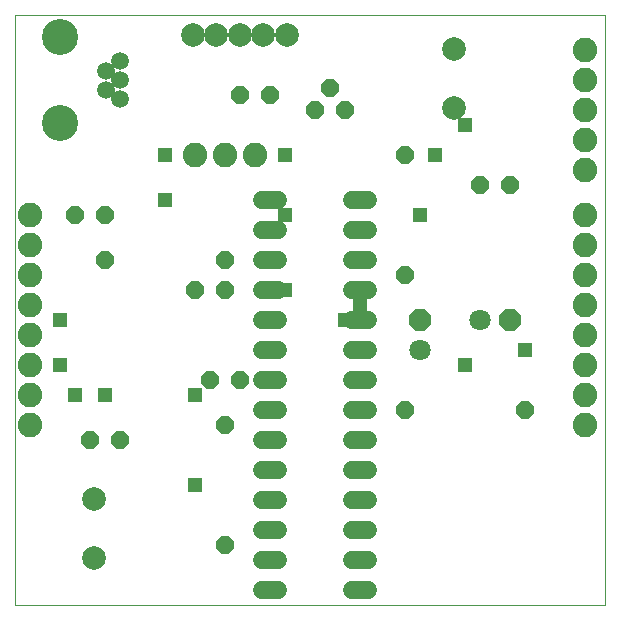
<source format=gts>
G75*
%MOIN*%
%OFA0B0*%
%FSLAX25Y25*%
%IPPOS*%
%LPD*%
%AMOC8*
5,1,8,0,0,1.08239X$1,22.5*
%
%ADD10C,0.00000*%
%ADD11OC8,0.06000*%
%ADD12C,0.07100*%
%ADD13OC8,0.07100*%
%ADD14C,0.06000*%
%ADD15C,0.05950*%
%ADD16C,0.12020*%
%ADD17C,0.08200*%
%ADD18C,0.07887*%
%ADD19R,0.04762X0.04762*%
D10*
X0009867Y0001800D02*
X0009867Y0198650D01*
X0206717Y0198650D01*
X0206717Y0001800D01*
X0009867Y0001800D01*
D11*
X0034867Y0056800D03*
X0044867Y0056800D03*
X0074867Y0076800D03*
X0084867Y0076800D03*
X0079867Y0061800D03*
X0079867Y0021800D03*
X0139867Y0066800D03*
X0179867Y0066800D03*
X0139867Y0111800D03*
X0164867Y0141800D03*
X0174867Y0141800D03*
X0139867Y0151800D03*
X0119867Y0166800D03*
X0114867Y0174300D03*
X0109867Y0166800D03*
X0094867Y0171800D03*
X0084867Y0171800D03*
X0039867Y0131800D03*
X0029867Y0131800D03*
X0039867Y0116800D03*
X0069867Y0106800D03*
X0079867Y0106800D03*
X0079867Y0116800D03*
D12*
X0144867Y0086800D03*
X0164867Y0096800D03*
D13*
X0174867Y0096800D03*
X0144867Y0096800D03*
D14*
X0127467Y0096800D02*
X0122267Y0096800D01*
X0122267Y0086800D02*
X0127467Y0086800D01*
X0127467Y0076800D02*
X0122267Y0076800D01*
X0122267Y0066800D02*
X0127467Y0066800D01*
X0127467Y0056800D02*
X0122267Y0056800D01*
X0122267Y0046800D02*
X0127467Y0046800D01*
X0127467Y0036800D02*
X0122267Y0036800D01*
X0122267Y0026800D02*
X0127467Y0026800D01*
X0127467Y0016800D02*
X0122267Y0016800D01*
X0122267Y0006800D02*
X0127467Y0006800D01*
X0097467Y0006800D02*
X0092267Y0006800D01*
X0092267Y0016800D02*
X0097467Y0016800D01*
X0097467Y0026800D02*
X0092267Y0026800D01*
X0092267Y0036800D02*
X0097467Y0036800D01*
X0097467Y0046800D02*
X0092267Y0046800D01*
X0092267Y0056800D02*
X0097467Y0056800D01*
X0097467Y0066800D02*
X0092267Y0066800D01*
X0092267Y0076800D02*
X0097467Y0076800D01*
X0097467Y0086800D02*
X0092267Y0086800D01*
X0092267Y0096800D02*
X0097467Y0096800D01*
X0097467Y0106800D02*
X0092267Y0106800D01*
X0092267Y0116800D02*
X0097467Y0116800D01*
X0097467Y0126800D02*
X0092267Y0126800D01*
X0092267Y0136800D02*
X0097467Y0136800D01*
X0122267Y0136800D02*
X0127467Y0136800D01*
X0127467Y0126800D02*
X0122267Y0126800D01*
X0122267Y0116800D02*
X0127467Y0116800D01*
X0127467Y0106800D02*
X0122267Y0106800D01*
D15*
X0044945Y0170501D03*
X0040221Y0173650D03*
X0044945Y0176800D03*
X0040221Y0179950D03*
X0044945Y0183099D03*
D16*
X0024867Y0191170D03*
X0024867Y0162430D03*
D17*
X0014867Y0131800D03*
X0014867Y0121800D03*
X0014867Y0111800D03*
X0014867Y0101800D03*
X0014867Y0091800D03*
X0014867Y0081800D03*
X0014867Y0071800D03*
X0014867Y0061800D03*
X0069867Y0151800D03*
X0079867Y0151800D03*
X0089867Y0151800D03*
X0199867Y0146800D03*
X0199867Y0156800D03*
X0199867Y0166800D03*
X0199867Y0176800D03*
X0199867Y0186800D03*
X0199867Y0131800D03*
X0199867Y0121800D03*
X0199867Y0111800D03*
X0199867Y0101800D03*
X0199867Y0091800D03*
X0199867Y0081800D03*
X0199867Y0071800D03*
X0199867Y0061800D03*
D18*
X0156304Y0167489D03*
X0156304Y0187174D03*
X0100615Y0191800D03*
X0092741Y0191800D03*
X0084867Y0191800D03*
X0076993Y0191800D03*
X0069119Y0191800D03*
X0036304Y0037174D03*
X0036304Y0017489D03*
D19*
X0069867Y0041800D03*
X0069867Y0071800D03*
X0039867Y0071800D03*
X0029867Y0071800D03*
X0024867Y0081800D03*
X0024867Y0096800D03*
X0059867Y0136800D03*
X0059867Y0151800D03*
X0099867Y0151800D03*
X0099867Y0131800D03*
X0099867Y0106800D03*
X0119867Y0096800D03*
X0124867Y0101800D03*
X0144867Y0131800D03*
X0149867Y0151800D03*
X0159867Y0161800D03*
X0179867Y0086800D03*
X0159867Y0081800D03*
M02*

</source>
